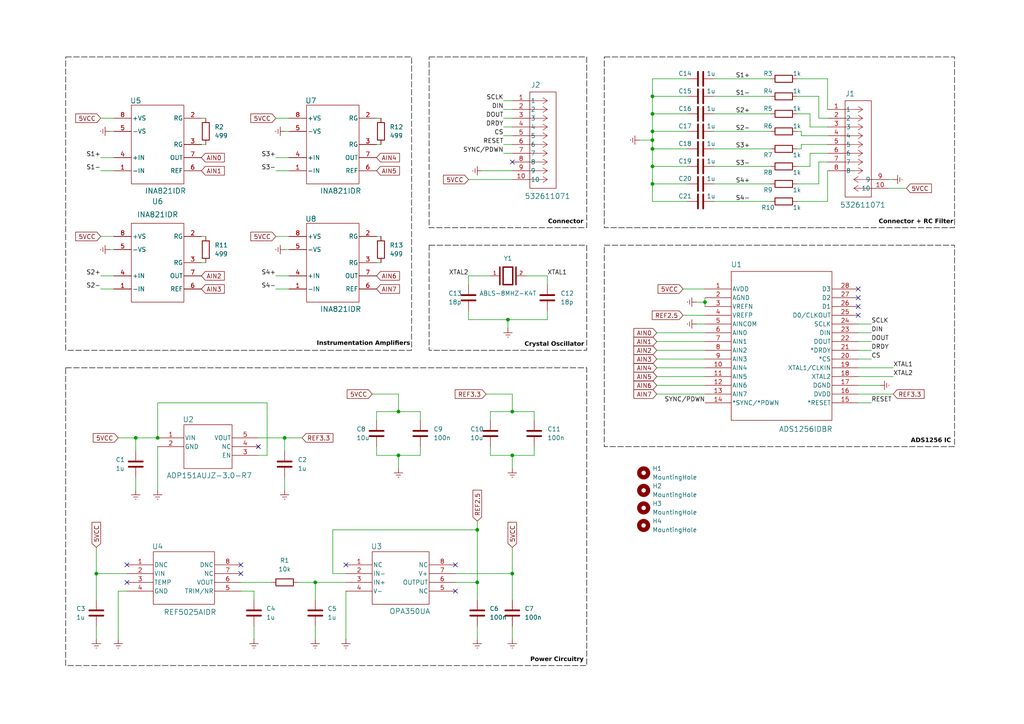
<source format=kicad_sch>
(kicad_sch (version 20231120) (generator "eeschema") (generator_version "8.0")
  (paper "A4")
  (lib_symbols
    (symbol "532611071_1" (pin_names (offset 0.254))
      (property "Reference" "J2" (at 5.334 4.572 0))
      (property "Value" "532611071" (at 3.556 -27.686 0))
      (symbol "532611071_1_1_1"
        (pin unspecified line (at 0 0 0) (length 5.08) (name "1") (number "1"))
        (pin unspecified line (at 0 -22.86 0) (length 5.08) (name "10") (number "10"))
        (pin unspecified line (at 0 -2.54 0) (length 5.08) (name "2") (number "2"))
        (pin unspecified line (at 0 -5.08 0) (length 5.08) (name "3") (number "3"))
        (pin unspecified line (at 0 -7.62 0) (length 5.08) (name "4") (number "4"))
        (pin unspecified line (at 0 -10.16 0) (length 5.08) (name "5") (number "5"))
        (pin unspecified line (at 0 -12.7 0) (length 5.08) (name "6") (number "6"))
        (pin unspecified line (at 0 -15.24 0) (length 5.08) (name "7") (number "7"))
        (pin unspecified line (at 0 -17.78 0) (length 5.08) (name "8") (number "8"))
        (pin unspecified line (at 0 -20.32 0) (length 5.08) (name "9") (number "9"))
      )
      (symbol "532611071_1_1_2"
        (pin unspecified line (at 0 0 0) (length 5.08) (name "1") (number "1"))
        (pin unspecified line (at 0 -22.86 0) (length 5.08) (name "10") (number "10"))
        (pin unspecified line (at 0 -2.54 0) (length 5.08) (name "2") (number "2"))
        (pin unspecified line (at 0 -5.08 0) (length 5.08) (name "3") (number "3"))
        (pin unspecified line (at 0 -7.62 0) (length 5.08) (name "4") (number "4"))
        (pin unspecified line (at 0 -10.16 0) (length 5.08) (name "5") (number "5"))
        (pin unspecified line (at 0 -12.7 0) (length 5.08) (name "6") (number "6"))
        (pin unspecified line (at 0 -15.24 0) (length 5.08) (name "7") (number "7"))
        (pin unspecified line (at 0 -17.78 0) (length 5.08) (name "8") (number "8"))
        (pin unspecified line (at 0 -20.32 0) (length 5.08) (name "9") (number "9"))
      )
    )
    (symbol "ABLS-8.000MHZ-K4T:ABLS-8.000MHZ-K4T" (pin_names (offset 1.016))
      (property "Reference" "Y" (at -5.0878 3.8159 0))
      (property "Value" "ABLS-8.000MHZ-K4T" (at -5.0944 -5.0944 0))
      (symbol "ABLS-8.000MHZ-K4T_0_0"
        (pin passive line (at -5.08 0 0) (length 2.54) (name "~") (number "1"))
        (pin passive line (at 5.08 0 180) (length 2.54) (name "~") (number "2"))
      )
    )
    (symbol "ADP151AUJZ-3P0-R7:ADP151AUJZ-3.0-R7" (pin_names (offset 0.254))
      (property "Reference" "U2" (at 8.89 5.334 0))
      (property "Value" "ADP151AUJZ-3.0-R7" (at 14.986 -10.922 0))
      (symbol "ADP151AUJZ-3.0-R7_0_1"
        (pin input line (at 0 0 0) (length 7.62) (name "VIN") (number "1"))
        (pin power_in line (at 0 -2.54 0) (length 7.62) (name "GND") (number "2"))
        (pin input line (at 29.21 -5.08 180) (length 7.62) (name "EN") (number "3"))
        (pin no_connect line (at 29.21 -2.54 180) (length 7.62) (name "NC") (number "4"))
        (pin output line (at 29.21 0 180) (length 7.62) (name "VOUT") (number "5"))
      )
    )
    (symbol "ADS1256IDBR:ADS1256IDBR" (pin_names (offset 0.254))
      (property "Reference" "U1" (at 9.144 7.112 0))
      (property "Value" "ADS1256IDBR" (at 29.21 -40.64 0))
      (symbol "ADS1256IDBR_0_1"
        (pin power_in line (at 0 0 0) (length 7.62) (name "AVDD") (number "1"))
        (pin input line (at 0 -22.86 0) (length 7.62) (name "AIN4") (number "10"))
        (pin input line (at 0 -25.4 0) (length 7.62) (name "AIN5") (number "11"))
        (pin input line (at 0 -27.94 0) (length 7.62) (name "AIN6") (number "12"))
        (pin input line (at 0 -30.48 0) (length 7.62) (name "AIN7") (number "13"))
        (pin input line (at 0 -33.02 0) (length 7.62) (name "*SYNC/*PDWN") (number "14"))
        (pin input line (at 44.45 -33.02 180) (length 7.62) (name "*RESET") (number "15"))
        (pin power_in line (at 44.45 -30.48 180) (length 7.62) (name "DVDD") (number "16"))
        (pin power_in line (at 44.45 -27.94 180) (length 7.62) (name "DGND") (number "17"))
        (pin unspecified line (at 44.45 -25.4 180) (length 7.62) (name "XTAL2") (number "18"))
        (pin input line (at 44.45 -22.86 180) (length 7.62) (name "XTAL1/CLKIN") (number "19"))
        (pin power_in line (at 0 -2.54 0) (length 7.62) (name "AGND") (number "2"))
        (pin input line (at 44.45 -20.32 180) (length 7.62) (name "*CS") (number "20"))
        (pin output line (at 44.45 -17.78 180) (length 7.62) (name "*DRDY") (number "21"))
        (pin output line (at 44.45 -15.24 180) (length 7.62) (name "DOUT") (number "22"))
        (pin input line (at 44.45 -12.7 180) (length 7.62) (name "DIN") (number "23"))
        (pin input line (at 44.45 -10.16 180) (length 7.62) (name "SCLK") (number "24"))
        (pin bidirectional line (at 44.45 -7.62 180) (length 7.62) (name "D0/CLKOUT") (number "25"))
        (pin bidirectional line (at 44.45 -5.08 180) (length 7.62) (name "D1") (number "26"))
        (pin bidirectional line (at 44.45 -2.54 180) (length 7.62) (name "D2") (number "27"))
        (pin bidirectional line (at 44.45 0 180) (length 7.62) (name "D3") (number "28"))
        (pin input line (at 0 -5.08 0) (length 7.62) (name "VREFN") (number "3"))
        (pin input line (at 0 -7.62 0) (length 7.62) (name "VREFP") (number "4"))
        (pin input line (at 0 -10.16 0) (length 7.62) (name "AINCOM") (number "5"))
        (pin input line (at 0 -12.7 0) (length 7.62) (name "AIN0") (number "6"))
        (pin input line (at 0 -15.24 0) (length 7.62) (name "AIN1") (number "7"))
        (pin input line (at 0 -17.78 0) (length 7.62) (name "AIN2") (number "8"))
        (pin input line (at 0 -20.32 0) (length 7.62) (name "AIN3") (number "9"))
      )
    )
    (symbol "CONN_532610001:532611071" (pin_names (offset 0.254))
      (property "Reference" "J1" (at 5.08 4.572 0))
      (property "Value" "532611071" (at 3.556 -27.686 0))
      (symbol "532611071_1_1"
        (pin unspecified line (at 0 0 0) (length 5.08) (name "1") (number "1"))
        (pin unspecified line (at 17.78 -22.86 180) (length 5.08) (name "10") (number "10"))
        (pin unspecified line (at 0 -2.54 0) (length 5.08) (name "2") (number "2"))
        (pin unspecified line (at 0 -5.08 0) (length 5.08) (name "3") (number "3"))
        (pin unspecified line (at 0 -7.62 0) (length 5.08) (name "4") (number "4"))
        (pin unspecified line (at 0 -10.16 0) (length 5.08) (name "5") (number "5"))
        (pin unspecified line (at 0 -12.7 0) (length 5.08) (name "6") (number "6"))
        (pin unspecified line (at 0 -15.24 0) (length 5.08) (name "7") (number "7"))
        (pin unspecified line (at 0 -17.78 0) (length 5.08) (name "8") (number "8"))
        (pin unspecified line (at 17.78 -20.32 180) (length 5.08) (name "9") (number "9"))
      )
      (symbol "532611071_1_2"
        (pin unspecified line (at 0 0 0) (length 5.08) (name "1") (number "1"))
        (pin unspecified line (at 0 -22.86 0) (length 5.08) (name "10") (number "10"))
        (pin unspecified line (at 0 -2.54 0) (length 5.08) (name "2") (number "2"))
        (pin unspecified line (at 0 -5.08 0) (length 5.08) (name "3") (number "3"))
        (pin unspecified line (at 0 -7.62 0) (length 5.08) (name "4") (number "4"))
        (pin unspecified line (at 0 -10.16 0) (length 5.08) (name "5") (number "5"))
        (pin unspecified line (at 0 -12.7 0) (length 5.08) (name "6") (number "6"))
        (pin unspecified line (at 0 -15.24 0) (length 5.08) (name "7") (number "7"))
        (pin unspecified line (at 0 -17.78 0) (length 5.08) (name "8") (number "8"))
        (pin unspecified line (at 0 -20.32 0) (length 5.08) (name "9") (number "9"))
      )
    )
    (symbol "Device:C" (pin_numbers hide) (pin_names (offset 0.254))
      (property "Reference" "C" (at 0.635 2.54 0))
      (property "Value" "C" (at 0.635 -2.54 0))
      (symbol "C_1_1"
        (pin passive line (at 0 3.81 270) (length 2.794) (name "~") (number "1"))
        (pin passive line (at 0 -3.81 90) (length 2.794) (name "~") (number "2"))
      )
    )
    (symbol "Device:R" (pin_numbers hide) (pin_names (offset 0))
      (property "Reference" "R" (at 2.032 0 90))
      (property "Value" "R" (at 0 0 90))
      (symbol "R_1_1"
        (pin passive line (at 0 3.81 270) (length 1.27) (name "~") (number "1"))
        (pin passive line (at 0 -3.81 90) (length 1.27) (name "~") (number "2"))
      )
    )
    (symbol "INA821IDR:INA821IDR" (pin_names (offset 0.254))
      (property "Reference" "U6" (at -7.62 16.51 0))
      (property "Value" "INA821IDR" (at -7.62 12.7 0))
      (symbol "INA821IDR_0_1"
        (pin input line (at -20.32 -8.89 0) (length 5.08) (name "-IN") (number "1"))
        (pin input line (at 5.08 6.35 180) (length 5.08) (name "RG") (number "2"))
        (pin input line (at 5.08 -1.27 180) (length 5.08) (name "RG") (number "3"))
        (pin input line (at -20.32 -5.08 0) (length 5.08) (name "+IN") (number "4"))
        (pin power_in line (at -20.32 2.54 0) (length 5.08) (name "-VS") (number "5"))
        (pin input line (at 5.08 -8.89 180) (length 5.08) (name "REF") (number "6"))
        (pin output line (at 5.08 -5.08 180) (length 5.08) (name "OUT") (number "7"))
        (pin power_in line (at -20.32 6.35 0) (length 5.08) (name "+VS") (number "8"))
      )
    )
    (symbol "INA821IDR_1" (pin_names (offset 0.254))
      (property "Reference" "U5" (at -13.97 11.43 0))
      (property "Value" "INA821IDR" (at -5.334 -14.732 0))
      (symbol "INA821IDR_1_0_1"
        (pin input line (at -20.32 -8.89 0) (length 5.08) (name "-IN") (number "1"))
        (pin input line (at 5.08 6.35 180) (length 5.08) (name "RG") (number "2"))
        (pin input line (at 5.08 -1.27 180) (length 5.08) (name "RG") (number "3"))
        (pin input line (at -20.32 -5.08 0) (length 5.08) (name "+IN") (number "4"))
        (pin power_in line (at -20.32 2.54 0) (length 5.08) (name "-VS") (number "5"))
        (pin input line (at 5.08 -8.89 180) (length 5.08) (name "REF") (number "6"))
        (pin output line (at 5.08 -5.08 180) (length 5.08) (name "OUT") (number "7"))
        (pin power_in line (at -20.32 6.35 0) (length 5.08) (name "+VS") (number "8"))
      )
    )
    (symbol "INA821IDR_2" (pin_names (offset 0.254))
      (property "Reference" "U7" (at -13.97 11.43 0))
      (property "Value" "INA821IDR" (at -5.334 -14.732 0))
      (symbol "INA821IDR_2_0_1"
        (pin input line (at -20.32 -8.89 0) (length 5.08) (name "-IN") (number "1"))
        (pin input line (at 5.08 6.35 180) (length 5.08) (name "RG") (number "2"))
        (pin input line (at 5.08 -1.27 180) (length 5.08) (name "RG") (number "3"))
        (pin input line (at -20.32 -5.08 0) (length 5.08) (name "+IN") (number "4"))
        (pin power_in line (at -20.32 2.54 0) (length 5.08) (name "-VS") (number "5"))
        (pin input line (at 5.08 -8.89 180) (length 5.08) (name "REF") (number "6"))
        (pin output line (at 5.08 -5.08 180) (length 5.08) (name "OUT") (number "7"))
        (pin power_in line (at -20.32 6.35 0) (length 5.08) (name "+VS") (number "8"))
      )
    )
    (symbol "INA821IDR_3" (pin_names (offset 0.254))
      (property "Reference" "U8" (at -13.97 11.43 0))
      (property "Value" "INA821IDR" (at -5.334 -14.732 0))
      (symbol "INA821IDR_3_0_1"
        (pin input line (at -20.32 -8.89 0) (length 5.08) (name "-IN") (number "1"))
        (pin input line (at 5.08 6.35 180) (length 5.08) (name "RG") (number "2"))
        (pin input line (at 5.08 -1.27 180) (length 5.08) (name "RG") (number "3"))
        (pin input line (at -20.32 -5.08 0) (length 5.08) (name "+IN") (number "4"))
        (pin power_in line (at -20.32 2.54 0) (length 5.08) (name "-VS") (number "5"))
        (pin input line (at 5.08 -8.89 180) (length 5.08) (name "REF") (number "6"))
        (pin output line (at 5.08 -5.08 180) (length 5.08) (name "OUT") (number "7"))
        (pin power_in line (at -20.32 6.35 0) (length 5.08) (name "+VS") (number "8"))
      )
    )
    (symbol "Mechanical:MountingHole" (pin_names (offset 1.016)) (exclude_from_sim yes) (in_bom no)
      (property "Reference" "H" (at 0 5.08 0))
      (property "Value" "MountingHole" (at 0 3.175 0))
    )
    (symbol "OPA350UA:OPA350UA" (pin_names (offset 0.254))
      (property "Reference" "U3" (at 8.89 5.334 0))
      (property "Value" "OPA350UA" (at 18.542 -13.462 0))
      (symbol "OPA350UA_0_1"
        (pin unspecified line (at 0 0 0) (length 7.62) (name "NC") (number "1"))
        (pin input line (at 0 -2.54 0) (length 7.62) (name "IN-") (number "2"))
        (pin input line (at 0 -5.08 0) (length 7.62) (name "IN+") (number "3"))
        (pin power_in line (at 0 -7.62 0) (length 7.62) (name "V-") (number "4"))
        (pin unspecified line (at 31.75 -7.62 180) (length 7.62) (name "NC") (number "5"))
        (pin output line (at 31.75 -5.08 180) (length 7.62) (name "OUTPUT") (number "6"))
        (pin power_in line (at 31.75 -2.54 180) (length 7.62) (name "V+") (number "7"))
        (pin unspecified line (at 31.75 0 180) (length 7.62) (name "NC") (number "8"))
      )
    )
    (symbol "REF5025AIDR:REF5025AIDR" (pin_names (offset 0.254))
      (property "Reference" "U4" (at 8.89 5.334 0))
      (property "Value" "REF5025AIDR" (at 18.288 -13.716 0))
      (symbol "REF5025AIDR_0_1"
        (pin unspecified line (at 0 0 0) (length 7.62) (name "DNC") (number "1"))
        (pin input line (at 0 -2.54 0) (length 7.62) (name "VIN") (number "2"))
        (pin unspecified line (at 0 -5.08 0) (length 7.62) (name "TEMP") (number "3"))
        (pin unspecified line (at 0 -7.62 0) (length 7.62) (name "GND") (number "4"))
        (pin unspecified line (at 33.02 -7.62 180) (length 7.62) (name "TRIM/NR") (number "5"))
        (pin output line (at 33.02 -5.08 180) (length 7.62) (name "VOUT") (number "6"))
        (pin unspecified line (at 33.02 -2.54 180) (length 7.62) (name "NC") (number "7"))
        (pin unspecified line (at 33.02 0 180) (length 7.62) (name "DNC") (number "8"))
      )
    )
    (symbol "power:Earth" (power) (pin_numbers hide) (pin_names (offset 0) hide)
      (property "Value" "Earth" (at 0 -3.81 0))
      (symbol "Earth_1_1"
        (pin power_in line (at 0 0 270) (length 0) (name "~") (number "1"))
      )
    )
  )
  (junction (at 189.23 48.26))
  (junction (at 148.59 119.38))
  (junction (at 189.23 53.34))
  (junction (at 148.59 166.37))
  (junction (at 189.23 38.1))
  (junction (at 39.37 127))
  (junction (at 91.44 168.91))
  (junction (at 45.72 127))
  (junction (at 147.32 92.71))
  (junction (at 204.47 87.63))
  (junction (at 189.23 40.64))
  (junction (at 148.59 132.08))
  (junction (at 115.57 132.08))
  (junction (at 189.23 27.94))
  (junction (at 138.43 168.91))
  (junction (at 27.94 166.37))
  (junction (at 189.23 43.18))
  (junction (at 82.55 127))
  (junction (at 115.57 119.38))
  (junction (at 138.43 153.67))
  (junction (at 189.23 33.02))
  (no_connect (at 69.85 163.83))
  (no_connect (at 100.33 163.83))
  (no_connect (at 148.59 46.99))
  (no_connect (at 132.08 171.45))
  (no_connect (at 248.92 86.36))
  (no_connect (at 248.92 83.82))
  (no_connect (at 248.92 91.44))
  (no_connect (at 248.92 88.9))
  (no_connect (at 36.83 163.83))
  (no_connect (at 69.85 166.37))
  (no_connect (at 132.08 163.83))
  (no_connect (at 36.83 168.91))
  (no_connect (at 74.93 129.54))
  (wire (pts (xy 252.73 101.6) (xy 248.92 101.6)))
  (wire (pts (xy 259.08 109.22) (xy 248.92 109.22)))
  (wire (pts (xy 190.5 114.3) (xy 204.47 114.3)))
  (wire (pts (xy 74.93 127) (xy 82.55 127)))
  (wire (pts (xy 237.49 34.29) (xy 240.03 34.29)))
  (wire (pts (xy 252.73 104.14) (xy 248.92 104.14)))
  (wire (pts (xy 189.23 38.1) (xy 189.23 33.02)))
  (wire (pts (xy 29.21 45.72) (xy 33.02 45.72)))
  (wire (pts (xy 146.05 29.21) (xy 148.59 29.21)))
  (wire (pts (xy 189.23 40.64) (xy 189.23 43.18)))
  (wire (pts (xy 190.5 106.68) (xy 204.47 106.68)))
  (wire (pts (xy 231.14 27.94) (xy 237.49 27.94)))
  (wire (pts (xy 138.43 168.91) (xy 138.43 173.99)))
  (wire (pts (xy 142.24 119.38) (xy 148.59 119.38)))
  (wire (pts (xy 142.24 132.08) (xy 142.24 129.54)))
  (wire (pts (xy 80.01 80.01) (xy 83.82 80.01)))
  (wire (pts (xy 73.66 173.99) (xy 73.66 171.45)))
  (wire (pts (xy 91.44 168.91) (xy 91.44 173.99)))
  (wire (pts (xy 148.59 158.75) (xy 148.59 166.37)))
  (wire (pts (xy 27.94 185.42) (xy 27.94 181.61)))
  (wire (pts (xy 96.52 166.37) (xy 96.52 153.67)))
  (wire (pts (xy 262.89 54.61) (xy 257.81 54.61)))
  (wire (pts (xy 148.59 185.42) (xy 148.59 181.61)))
  (wire (pts (xy 189.23 33.02) (xy 189.23 27.94)))
  (wire (pts (xy 204.47 87.63) (xy 204.47 88.9)))
  (wire (pts (xy 231.14 22.86) (xy 240.03 22.86)))
  (wire (pts (xy 190.5 101.6) (xy 204.47 101.6)))
  (wire (pts (xy 82.55 72.39) (xy 83.82 72.39)))
  (wire (pts (xy 148.59 135.89) (xy 148.59 132.08)))
  (wire (pts (xy 147.32 92.71) (xy 147.32 95.25)))
  (wire (pts (xy 74.93 132.08) (xy 77.47 132.08)))
  (wire (pts (xy 207.01 48.26) (xy 223.52 48.26)))
  (wire (pts (xy 158.75 80.01) (xy 158.75 82.55)))
  (wire (pts (xy 207.01 22.86) (xy 223.52 22.86)))
  (wire (pts (xy 135.89 92.71) (xy 147.32 92.71)))
  (wire (pts (xy 231.14 33.02) (xy 234.95 33.02)))
  (wire (pts (xy 189.23 53.34) (xy 199.39 53.34)))
  (wire (pts (xy 82.55 127) (xy 82.55 130.81)))
  (wire (pts (xy 29.21 83.82) (xy 33.02 83.82)))
  (wire (pts (xy 107.95 114.3) (xy 115.57 114.3)))
  (wire (pts (xy 80.01 68.58) (xy 83.82 68.58)))
  (wire (pts (xy 96.52 153.67) (xy 138.43 153.67)))
  (wire (pts (xy 201.93 87.63) (xy 204.47 87.63)))
  (wire (pts (xy 234.95 33.02) (xy 234.95 36.83)))
  (wire (pts (xy 189.23 33.02) (xy 199.39 33.02)))
  (wire (pts (xy 154.94 132.08) (xy 154.94 129.54)))
  (wire (pts (xy 259.08 52.07) (xy 257.81 52.07)))
  (wire (pts (xy 237.49 27.94) (xy 237.49 34.29)))
  (wire (pts (xy 198.12 83.82) (xy 204.47 83.82)))
  (wire (pts (xy 110.49 34.29) (xy 109.22 34.29)))
  (wire (pts (xy 135.89 80.01) (xy 142.24 80.01)))
  (wire (pts (xy 59.69 41.91) (xy 58.42 41.91)))
  (wire (pts (xy 190.5 99.06) (xy 204.47 99.06)))
  (wire (pts (xy 252.73 93.98) (xy 248.92 93.98)))
  (wire (pts (xy 237.49 46.99) (xy 240.03 46.99)))
  (wire (pts (xy 146.05 34.29) (xy 148.59 34.29)))
  (wire (pts (xy 39.37 142.24) (xy 39.37 138.43)))
  (wire (pts (xy 27.94 166.37) (xy 27.94 173.99)))
  (wire (pts (xy 135.89 90.17) (xy 135.89 92.71)))
  (wire (pts (xy 27.94 158.75) (xy 27.94 166.37)))
  (wire (pts (xy 231.14 53.34) (xy 237.49 53.34)))
  (wire (pts (xy 189.23 58.42) (xy 199.39 58.42)))
  (wire (pts (xy 39.37 127) (xy 39.37 130.81)))
  (wire (pts (xy 34.29 127) (xy 39.37 127)))
  (wire (pts (xy 147.32 92.71) (xy 158.75 92.71)))
  (wire (pts (xy 232.41 39.37) (xy 240.03 39.37)))
  (wire (pts (xy 59.69 34.29) (xy 58.42 34.29)))
  (wire (pts (xy 109.22 132.08) (xy 115.57 132.08)))
  (wire (pts (xy 207.01 33.02) (xy 223.52 33.02)))
  (wire (pts (xy 91.44 168.91) (xy 100.33 168.91)))
  (wire (pts (xy 231.14 58.42) (xy 240.03 58.42)))
  (wire (pts (xy 80.01 34.29) (xy 83.82 34.29)))
  (wire (pts (xy 77.47 116.84) (xy 45.72 116.84)))
  (wire (pts (xy 148.59 132.08) (xy 154.94 132.08)))
  (wire (pts (xy 231.14 48.26) (xy 234.95 48.26)))
  (wire (pts (xy 59.69 76.2) (xy 58.42 76.2)))
  (wire (pts (xy 146.05 41.91) (xy 148.59 41.91)))
  (wire (pts (xy 189.23 27.94) (xy 199.39 27.94)))
  (wire (pts (xy 59.69 68.58) (xy 58.42 68.58)))
  (wire (pts (xy 142.24 121.92) (xy 142.24 119.38)))
  (wire (pts (xy 154.94 119.38) (xy 154.94 121.92)))
  (wire (pts (xy 259.08 106.68) (xy 248.92 106.68)))
  (wire (pts (xy 234.95 44.45) (xy 240.03 44.45)))
  (wire (pts (xy 29.21 34.29) (xy 33.02 34.29)))
  (wire (pts (xy 240.03 22.86) (xy 240.03 31.75)))
  (wire (pts (xy 77.47 132.08) (xy 77.47 116.84)))
  (wire (pts (xy 110.49 41.91) (xy 109.22 41.91)))
  (wire (pts (xy 148.59 114.3) (xy 148.59 119.38)))
  (wire (pts (xy 69.85 168.91) (xy 78.74 168.91)))
  (wire (pts (xy 146.05 31.75) (xy 148.59 31.75)))
  (wire (pts (xy 132.08 166.37) (xy 148.59 166.37)))
  (wire (pts (xy 146.05 44.45) (xy 148.59 44.45)))
  (wire (pts (xy 232.41 38.1) (xy 232.41 39.37)))
  (wire (pts (xy 189.23 43.18) (xy 199.39 43.18)))
  (wire (pts (xy 232.41 41.91) (xy 240.03 41.91)))
  (wire (pts (xy 252.73 96.52) (xy 248.92 96.52)))
  (wire (pts (xy 109.22 121.92) (xy 109.22 119.38)))
  (wire (pts (xy 82.55 142.24) (xy 82.55 138.43)))
  (wire (pts (xy 132.08 168.91) (xy 138.43 168.91)))
  (wire (pts (xy 189.23 48.26) (xy 199.39 48.26)))
  (wire (pts (xy 142.24 132.08) (xy 148.59 132.08)))
  (wire (pts (xy 73.66 171.45) (xy 69.85 171.45)))
  (wire (pts (xy 198.12 91.44) (xy 204.47 91.44)))
  (wire (pts (xy 86.36 168.91) (xy 91.44 168.91)))
  (wire (pts (xy 146.05 39.37) (xy 148.59 39.37)))
  (wire (pts (xy 80.01 83.82) (xy 83.82 83.82)))
  (wire (pts (xy 27.94 166.37) (xy 36.83 166.37)))
  (wire (pts (xy 189.23 22.86) (xy 199.39 22.86)))
  (wire (pts (xy 110.49 76.2) (xy 109.22 76.2)))
  (wire (pts (xy 148.59 119.38) (xy 154.94 119.38)))
  (wire (pts (xy 204.47 86.36) (xy 204.47 87.63)))
  (wire (pts (xy 109.22 119.38) (xy 115.57 119.38)))
  (wire (pts (xy 232.41 38.1) (xy 231.14 38.1)))
  (wire (pts (xy 109.22 132.08) (xy 109.22 129.54)))
  (wire (pts (xy 248.92 111.76) (xy 255.27 111.76)))
  (wire (pts (xy 240.03 58.42) (xy 240.03 49.53)))
  (wire (pts (xy 138.43 168.91) (xy 138.43 153.67)))
  (wire (pts (xy 139.7 49.53) (xy 148.59 49.53)))
  (wire (pts (xy 34.29 171.45) (xy 34.29 185.42)))
  (wire (pts (xy 115.57 114.3) (xy 115.57 119.38)))
  (wire (pts (xy 100.33 166.37) (xy 96.52 166.37)))
  (wire (pts (xy 29.21 68.58) (xy 33.02 68.58)))
  (wire (pts (xy 232.41 43.18) (xy 231.14 43.18)))
  (wire (pts (xy 189.23 38.1) (xy 199.39 38.1)))
  (wire (pts (xy 190.5 96.52) (xy 204.47 96.52)))
  (wire (pts (xy 189.23 48.26) (xy 189.23 53.34)))
  (wire (pts (xy 234.95 36.83) (xy 240.03 36.83)))
  (wire (pts (xy 207.01 53.34) (xy 223.52 53.34)))
  (wire (pts (xy 135.89 82.55) (xy 135.89 80.01)))
  (wire (pts (xy 190.5 104.14) (xy 204.47 104.14)))
  (wire (pts (xy 207.01 38.1) (xy 223.52 38.1)))
  (wire (pts (xy 138.43 151.13) (xy 138.43 153.67)))
  (wire (pts (xy 234.95 48.26) (xy 234.95 44.45)))
  (wire (pts (xy 110.49 68.58) (xy 109.22 68.58)))
  (wire (pts (xy 148.59 166.37) (xy 148.59 173.99)))
  (wire (pts (xy 29.21 80.01) (xy 33.02 80.01)))
  (wire (pts (xy 121.92 132.08) (xy 121.92 129.54)))
  (wire (pts (xy 140.97 114.3) (xy 148.59 114.3)))
  (wire (pts (xy 73.66 185.42) (xy 73.66 181.61)))
  (wire (pts (xy 82.55 38.1) (xy 83.82 38.1)))
  (wire (pts (xy 82.55 127) (xy 87.63 127)))
  (wire (pts (xy 121.92 119.38) (xy 121.92 121.92)))
  (wire (pts (xy 115.57 135.89) (xy 115.57 132.08)))
  (wire (pts (xy 100.33 171.45) (xy 100.33 185.42)))
  (wire (pts (xy 45.72 129.54) (xy 45.72 142.24)))
  (wire (pts (xy 189.23 53.34) (xy 189.23 58.42)))
  (wire (pts (xy 237.49 53.34) (xy 237.49 46.99)))
  (wire (pts (xy 135.89 52.07) (xy 148.59 52.07)))
  (wire (pts (xy 115.57 119.38) (xy 121.92 119.38)))
  (wire (pts (xy 152.4 80.01) (xy 158.75 80.01)))
  (wire (pts (xy 158.75 90.17) (xy 158.75 92.71)))
  (wire (pts (xy 252.73 99.06) (xy 248.92 99.06)))
  (wire (pts (xy 185.42 40.64) (xy 189.23 40.64)))
  (wire (pts (xy 45.72 116.84) (xy 45.72 127)))
  (wire (pts (xy 80.01 49.53) (xy 83.82 49.53)))
  (wire (pts (xy 80.01 45.72) (xy 83.82 45.72)))
  (wire (pts (xy 207.01 58.42) (xy 223.52 58.42)))
  (wire (pts (xy 29.21 49.53) (xy 33.02 49.53)))
  (wire (pts (xy 232.41 43.18) (xy 232.41 41.91)))
  (wire (pts (xy 115.57 132.08) (xy 121.92 132.08)))
  (wire (pts (xy 207.01 43.18) (xy 223.52 43.18)))
  (wire (pts (xy 189.23 27.94) (xy 189.23 22.86)))
  (wire (pts (xy 207.01 27.94) (xy 223.52 27.94)))
  (wire (pts (xy 31.75 38.1) (xy 33.02 38.1)))
  (wire (pts (xy 189.23 43.18) (xy 189.23 48.26)))
  (wire (pts (xy 31.75 72.39) (xy 33.02 72.39)))
  (wire (pts (xy 39.37 127) (xy 45.72 127)))
  (wire (pts (xy 252.73 116.84) (xy 248.92 116.84)))
  (wire (pts (xy 189.23 40.64) (xy 189.23 38.1)))
  (wire (pts (xy 34.29 171.45) (xy 36.83 171.45)))
  (wire (pts (xy 138.43 185.42) (xy 138.43 181.61)))
  (wire (pts (xy 248.92 114.3) (xy 259.08 114.3)))
  (wire (pts (xy 190.5 109.22) (xy 204.47 109.22)))
  (wire (pts (xy 201.93 93.98) (xy 204.47 93.98)))
  (wire (pts (xy 146.05 36.83) (xy 148.59 36.83)))
  (wire (pts (xy 190.5 111.76) (xy 204.47 111.76)))
  (wire (pts (xy 91.44 185.42) (xy 91.44 181.61)))
  (rectangle (start 175.26 71.12) (end 276.86 129.54) (stroke (width 0) (type dash) (color 0 0 0 1)))
  (rectangle (start 124.46 71.12) (end 170.18 101.6) (stroke (width 0) (type dash) (color 0 0 0 1)))
  (rectangle (start 19.05 106.68) (end 170.18 193.04) (stroke (width 0) (type dash) (color 0 0 0 1)))
  (rectangle (start 124.46 16.51) (end 170.18 66.04) (stroke (width 0) (type dash) (color 0 0 0 1)))
  (rectangle (start 19.05 16.51) (end 119.38 101.6) (stroke (width 0) (type dash) (color 0 0 0 1)))
  (rectangle (start 175.26 16.51) (end 276.86 66.04) (stroke (width 0) (type dash) (color 0 0 0 1)))
  (text "Instrumentation Amplifiers\n" (at 105.41 100.076 0) (effects (font (size 1.27 1.27) (bold yes))))
  (text "Connector + RC Filter\n" (at 265.684 64.77 0) (effects (font (size 1.27 1.27) (bold yes))))
  (text "Connector" (at 164.084 64.77 0) (effects (font (size 1.27 1.27) (bold yes))))
  (text "Power Circuitry\n" (at 161.544 191.77 0) (effects (font (size 1.27 1.27) (bold yes))))
  (text "ADS1256 IC\n" (at 270.002 128.27 0) (effects (font (size 1.27 1.27) (thickness 0.254) (bold yes))))
  (text "Crystal Oscillator\n" (at 160.782 100.33 0) (effects (font (size 1.27 1.27) (bold yes))))
  (label "RESET" (at 146.05 41.91 180))
  (label "XTAL2" (at 259.08 109.22 0))
  (label "XTAL1" (at 259.08 106.68 0))
  (label "RESET" (at 252.73 116.84 0))
  (label "CS" (at 146.05 39.37 180))
  (label "S2+" (at 29.21 80.01 180))
  (label "S1-" (at 29.21 49.53 180))
  (label "XTAL2" (at 135.89 80.01 180))
  (label "S3+" (at 80.01 45.72 180))
  (label "S1+" (at 29.21 45.72 180))
  (label "SCLK" (at 252.73 93.98 0))
  (label "DIN" (at 146.05 31.75 180))
  (label "S3+" (at 213.36 43.18 0))
  (label "CS" (at 252.73 104.14 0))
  (label "XTAL1" (at 158.75 80.01 0))
  (label "S4-" (at 213.36 58.42 0))
  (label "SCLK" (at 146.05 29.21 180))
  (label "S4+" (at 213.36 53.34 0))
  (label "S3-" (at 213.36 48.26 0))
  (label "S2-" (at 213.36 38.1 0))
  (label "S2+" (at 213.36 33.02 0))
  (label "DRDY" (at 252.73 101.6 0))
  (label "DRDY" (at 146.05 36.83 180))
  (label "DOUT" (at 146.05 34.29 180))
  (label "SYNC{slash}PDWN" (at 146.05 44.45 180))
  (label "S1+" (at 213.36 22.86 0))
  (label "S4+" (at 80.01 80.01 180))
  (label "S2-" (at 29.21 83.82 180))
  (label "S3-" (at 80.01 49.53 180))
  (label "DIN" (at 252.73 96.52 0))
  (label "DOUT" (at 252.73 99.06 0))
  (label "SYNC{slash}PDWN" (at 204.47 116.84 180))
  (label "S1-" (at 213.36 27.94 0))
  (label "S4-" (at 80.01 83.82 180))
  (global_label "AIN4" (shape input) (at 190.5 106.68 180) (property "Intersheetrefs" "${INTERSHEET_REFS}" (effects (hide yes))))
  (global_label "AIN6" (shape input) (at 190.5 111.76 180) (property "Intersheetrefs" "${INTERSHEET_REFS}" (effects (hide yes))))
  (global_label "AIN0" (shape input) (at 190.5 96.52 180) (property "Intersheetrefs" "${INTERSHEET_REFS}" (effects (hide yes))))
  (global_label "5VCC" (shape input) (at 198.12 83.82 180) (property "Intersheetrefs" "${INTERSHEET_REFS}" (effects (hide yes))))
  (global_label "AIN1" (shape input) (at 58.42 49.53 0) (property "Intersheetrefs" "${INTERSHEET_REFS}" (effects (hide yes))))
  (global_label "AIN6" (shape input) (at 109.22 80.01 0) (property "Intersheetrefs" "${INTERSHEET_REFS}" (effects (hide yes))))
  (global_label "AIN1" (shape input) (at 190.5 99.06 180) (property "Intersheetrefs" "${INTERSHEET_REFS}" (effects (hide yes))))
  (global_label "5VCC" (shape input) (at 107.95 114.3 180) (property "Intersheetrefs" "${INTERSHEET_REFS}" (effects (hide yes))))
  (global_label "5VCC" (shape input) (at 262.89 54.61 0) (property "Intersheetrefs" "${INTERSHEET_REFS}" (effects (hide yes))))
  (global_label "REF2.5" (shape input) (at 138.43 151.13 90) (property "Intersheetrefs" "${INTERSHEET_REFS}" (effects (hide yes))))
  (global_label "AIN0" (shape input) (at 58.42 45.72 0) (property "Intersheetrefs" "${INTERSHEET_REFS}" (effects (hide yes))))
  (global_label "REF2.5" (shape input) (at 198.12 91.44 180) (property "Intersheetrefs" "${INTERSHEET_REFS}" (effects (hide yes))))
  (global_label "AIN2" (shape input) (at 190.5 101.6 180) (property "Intersheetrefs" "${INTERSHEET_REFS}" (effects (hide yes))))
  (global_label "REF3.3" (shape input) (at 140.97 114.3 180) (property "Intersheetrefs" "${INTERSHEET_REFS}" (effects (hide yes))))
  (global_label "AIN5" (shape input) (at 109.22 49.53 0) (property "Intersheetrefs" "${INTERSHEET_REFS}" (effects (hide yes))))
  (global_label "5VCC" (shape input) (at 148.59 158.75 90) (property "Intersheetrefs" "${INTERSHEET_REFS}" (effects (hide yes))))
  (global_label "AIN3" (shape input) (at 190.5 104.14 180) (property "Intersheetrefs" "${INTERSHEET_REFS}" (effects (hide yes))))
  (global_label "REF3.3" (shape input) (at 87.63 127 0) (property "Intersheetrefs" "${INTERSHEET_REFS}" (effects (hide yes))))
  (global_label "AIN7" (shape input) (at 109.22 83.82 0) (property "Intersheetrefs" "${INTERSHEET_REFS}" (effects (hide yes))))
  (global_label "5VCC" (shape input) (at 34.29 127 180) (property "Intersheetrefs" "${INTERSHEET_REFS}" (effects (hide yes))))
  (global_label "AIN3" (shape input) (at 58.42 83.82 0) (property "Intersheetrefs" "${INTERSHEET_REFS}" (effects (hide yes))))
  (global_label "AIN2" (shape input) (at 58.42 80.01 0) (property "Intersheetrefs" "${INTERSHEET_REFS}" (effects (hide yes))))
  (global_label "5VCC" (shape input) (at 29.21 34.29 180) (property "Intersheetrefs" "${INTERSHEET_REFS}" (effects (hide yes))))
  (global_label "REF3.3" (shape input) (at 259.08 114.3 0) (property "Intersheetrefs" "${INTERSHEET_REFS}" (effects (hide yes))))
  (global_label "5VCC" (shape input) (at 27.94 158.75 90) (property "Intersheetrefs" "${INTERSHEET_REFS}" (effects (hide yes))))
  (global_label "AIN5" (shape input) (at 190.5 109.22 180) (property "Intersheetrefs" "${INTERSHEET_REFS}" (effects (hide yes))))
  (global_label "5VCC" (shape input) (at 80.01 34.29 180) (property "Intersheetrefs" "${INTERSHEET_REFS}" (effects (hide yes))))
  (global_label "AIN4" (shape input) (at 109.22 45.72 0) (property "Intersheetrefs" "${INTERSHEET_REFS}" (effects (hide yes))))
  (global_label "5VCC" (shape input) (at 135.89 52.07 180) (property "Intersheetrefs" "${INTERSHEET_REFS}" (effects (hide yes))))
  (global_label "AIN7" (shape input) (at 190.5 114.3 180) (property "Intersheetrefs" "${INTERSHEET_REFS}" (effects (hide yes))))
  (global_label "5VCC" (shape input) (at 29.21 68.58 180) (property "Intersheetrefs" "${INTERSHEET_REFS}" (effects (hide yes))))
  (global_label "5VCC" (shape input) (at 80.01 68.58 180) (property "Intersheetrefs" "${INTERSHEET_REFS}" (effects (hide yes))))
  (symbol (lib_id "Device:C") (at 121.92 125.73 180) (unit 1)
    (property "Reference" "C9" (at 125.73 124.46 0) (effects (justify right)))
    (property "Value" "100n" (at 125.73 127 0) (effects (justify right)))
    (property "Footprint" "Capacitor_SMD:C_0201_0603Metric" (effects (hide yes)))
    (property "Description" "Unpolarized capacitor" (effects (hide yes)))
  )
  (symbol (lib_id "CONN_532610001:532611071") (at 240.03 31.75 0) (unit 1)
    (property "Reference" "J1" (at 245.11 27.178 0) (effects (font (size 1.524 1.524)) (justify left)))
    (property "Value" "532611071" (at 243.586 59.436 0) (effects (font (size 1.524 1.524)) (justify left)))
    (property "Footprint" "Connector_Molex:Molex_CLIK-Mate_502382-1070_1x10-1MP_P1.25mm_Vertical" (effects (hide yes)))
    (property "Datasheet" "532611071" (effects (hide yes)))
  )
  (symbol (lib_id "Device:C") (at 203.2 22.86 270) (unit 1)
    (property "Reference" "C14" (at 200.66 21.336 90) (effects (justify right)))
    (property "Value" "1u" (at 207.518 21.336 90) (effects (justify right)))
    (property "Footprint" "Capacitor_SMD:C_0201_0603Metric" (effects (hide yes)))
    (property "Description" "Unpolarized capacitor" (effects (hide yes)))
  )
  (symbol (lib_id "Device:C") (at 135.89 86.36 180) (unit 1)
    (property "Reference" "C13" (at 130.048 85.09 0) (effects (justify right)))
    (property "Value" "18p" (at 130.048 87.63 0) (effects (justify right)))
    (property "Footprint" "Capacitor_SMD:C_0201_0603Metric" (effects (hide yes)))
    (property "Description" "Unpolarized capacitor" (effects (hide yes)))
  )
  (symbol (lib_id "ABLS-8.000MHZ-K4T:ABLS-8.000MHZ-K4T") (at 147.32 80.01 0) (unit 1)
    (property "Reference" "Y1" (at 147.32 74.93 0))
    (property "Value" "ABLS-8MHZ-K4T" (at 147.32 85.09 0))
    (property "Footprint" "daFootprints:XTAL_ABLS-8.000MHZ-K4T" (effects (hide yes)))
    (property "MF" "Abracon LLC" (effects (hide yes)))
    (property "MAXIMUM_PACKAGE_HEIGHT" "4.2 mm" (effects (hide yes)))
    (property "Package" "HC-49/US Abracon LLC" (effects (hide yes)))
    (property "Price" "None" (effects (hide yes)))
    (property "Check_prices" "https://www.snapeda.com/parts/ABLS-8.000MHZ-K4T/Abracon/view-part/?ref=eda" (effects (hide yes)))
    (property "STANDARD" "Manufacturer Recommendations" (effects (hide yes)))
    (property "PARTREV" "02.16.2021" (effects (hide yes)))
    (property "SnapEDA_Link" "https://www.snapeda.com/parts/ABLS-8.000MHZ-K4T/Abracon/view-part/?ref=snap" (effects (hide yes)))
    (property "MP" "ABLS-8.000MHZ-K4T" (effects (hide yes)))
    (property "Description_1" "\n                        \n                            HC/49US (AT49) SMD LOW PROFILE CRYSTAL\n                        \n" (effects (hide yes)))
    (property "Availability" "In Stock" (effects (hide yes)))
    (property "MANUFACTURER" "Abracon" (effects (hide yes)))
  )
  (symbol (lib_id "INA821IDR:INA821IDR") (at 53.34 74.93 0) (unit 1)
    (property "Reference" "U6" (at 45.72 58.42 0) (effects (font (size 1.524 1.524))))
    (property "Value" "INA821IDR" (at 45.72 62.23 0) (effects (font (size 1.524 1.524))))
    (property "Footprint" "daFootprints:INA821IDR" (effects (hide yes)))
    (property "Datasheet" "INA821IDR" (effects (hide yes)))
  )
  (symbol (lib_id "Device:C") (at 203.2 53.34 270) (unit 1)
    (property "Reference" "C20" (at 200.66 51.816 90) (effects (justify right)))
    (property "Value" "1u" (at 207.518 51.816 90) (effects (justify right)))
    (property "Footprint" "Capacitor_SMD:C_0201_0603Metric" (effects (hide yes)))
    (property "Description" "Unpolarized capacitor" (effects (hide yes)))
  )
  (symbol (lib_id "Device:R") (at 110.49 72.39 180) (unit 1)
    (property "Reference" "R13" (at 113.03 71.12 0) (effects (justify right)))
    (property "Value" "499" (at 113.03 73.66 0) (effects (justify right)))
    (property "Footprint" "Resistor_SMD:R_0201_0603Metric" (effects (hide yes)))
    (property "Description" "Resistor" (effects (hide yes)))
  )
  (symbol (lib_id "Device:C") (at 27.94 177.8 180) (unit 1)
    (property "Reference" "C3" (at 22.098 176.53 0) (effects (justify right)))
    (property "Value" "1u" (at 22.098 179.07 0) (effects (justify right)))
    (property "Footprint" "Capacitor_SMD:C_0201_0603Metric" (effects (hide yes)))
    (property "Description" "Unpolarized capacitor" (effects (hide yes)))
  )
  (symbol (lib_id "power:Earth") (at 82.55 38.1 270) (unit 1)
    (property "Reference" "#PWR021" (effects (hide yes)))
    (property "Value" "Earth" (effects (hide yes)))
    (property "Description" "Power symbol creates a global label with name \"Earth\"" (effects (hide yes)))
  )
  (symbol (lib_id "power:Earth") (at 91.44 185.42 0) (unit 1)
    (property "Reference" "#PWR07" (effects (hide yes)))
    (property "Value" "Earth" (effects (hide yes)))
    (property "Description" "Power symbol creates a global label with name \"Earth\"" (effects (hide yes)))
  )
  (symbol (lib_id "Device:R") (at 227.33 27.94 270) (unit 1)
    (property "Reference" "R4" (at 222.758 26.416 90))
    (property "Value" "1k" (at 231.14 26.416 90))
    (property "Footprint" "Resistor_SMD:R_0201_0603Metric" (effects (hide yes)))
    (property "Description" "Resistor" (effects (hide yes)))
  )
  (symbol (lib_id "power:Earth") (at 259.08 52.07 90) (unit 1)
    (property "Reference" "#PWR018" (effects (hide yes)))
    (property "Value" "Earth" (effects (hide yes)))
    (property "Description" "Power symbol creates a global label with name \"Earth\"" (effects (hide yes)))
  )
  (symbol (lib_id "Device:R") (at 227.33 43.18 270) (unit 1)
    (property "Reference" "R7" (at 222.758 44.958 90))
    (property "Value" "1k" (at 231.14 44.958 90))
    (property "Footprint" "Resistor_SMD:R_0201_0603Metric" (effects (hide yes)))
    (property "Description" "Resistor" (effects (hide yes)))
  )
  (symbol (lib_id "Device:C") (at 203.2 48.26 270) (unit 1)
    (property "Reference" "C19" (at 200.66 46.736 90) (effects (justify right)))
    (property "Value" "1u" (at 207.518 46.736 90) (effects (justify right)))
    (property "Footprint" "Capacitor_SMD:C_0201_0603Metric" (effects (hide yes)))
    (property "Description" "Unpolarized capacitor" (effects (hide yes)))
  )
  (symbol (lib_id "Device:R") (at 227.33 33.02 270) (unit 1)
    (property "Reference" "R5" (at 222.758 31.496 90))
    (property "Value" "1k" (at 231.14 31.496 90))
    (property "Footprint" "Resistor_SMD:R_0201_0603Metric" (effects (hide yes)))
    (property "Description" "Resistor" (effects (hide yes)))
  )
  (symbol (lib_id "power:Earth") (at 115.57 135.89 0) (unit 1)
    (property "Reference" "#PWR011" (effects (hide yes)))
    (property "Value" "Earth" (effects (hide yes)))
    (property "Description" "Power symbol creates a global label with name \"Earth\"" (effects (hide yes)))
  )
  (symbol (lib_id "power:Earth") (at 148.59 135.89 0) (unit 1)
    (property "Reference" "#PWR012" (effects (hide yes)))
    (property "Value" "Earth" (effects (hide yes)))
    (property "Description" "Power symbol creates a global label with name \"Earth\"" (effects (hide yes)))
  )
  (symbol (lib_id "power:Earth") (at 147.32 95.25 0) (unit 1)
    (property "Reference" "#PWR015" (effects (hide yes)))
    (property "Value" "Earth" (effects (hide yes)))
    (property "Description" "Power symbol creates a global label with name \"Earth\"" (effects (hide yes)))
  )
  (symbol (lib_id "Device:R") (at 59.69 38.1 180) (unit 1)
    (property "Reference" "R2" (at 62.23 36.83 0) (effects (justify right)))
    (property "Value" "499" (at 62.23 39.37 0) (effects (justify right)))
    (property "Footprint" "Resistor_SMD:R_0201_0603Metric" (effects (hide yes)))
    (property "Description" "Resistor" (effects (hide yes)))
  )
  (symbol (lib_id "power:Earth") (at 34.29 185.42 0) (unit 1)
    (property "Reference" "#PWR05" (effects (hide yes)))
    (property "Value" "Earth" (effects (hide yes)))
    (property "Description" "Power symbol creates a global label with name \"Earth\"" (effects (hide yes)))
  )
  (symbol (lib_id "Device:R") (at 227.33 38.1 270) (unit 1)
    (property "Reference" "R6" (at 222.758 36.576 90))
    (property "Value" "1k" (at 231.14 36.576 90))
    (property "Footprint" "Resistor_SMD:R_0201_0603Metric" (effects (hide yes)))
    (property "Description" "Resistor" (effects (hide yes)))
  )
  (symbol (lib_id "Mechanical:MountingHole") (at 186.674 152.409 0) (unit 1) (exclude_from_sim yes) (in_bom no)
    (property "Reference" "H4" (at 189.214 151.1389 0) (effects (justify left)))
    (property "Value" "MountingHole" (at 189.214 153.6789 0) (effects (justify left)))
    (property "Footprint" "MountingHole:MountingHole_3.2mm_M3_ISO14580_Pad_TopBottom" (effects (hide yes)))
    (property "Description" "Mounting Hole without connection" (effects (hide yes)))
  )
  (symbol (lib_id "Device:R") (at 227.33 48.26 270) (unit 1)
    (property "Reference" "R8" (at 222.758 50.038 90))
    (property "Value" "1k" (at 231.14 50.038 90))
    (property "Footprint" "Resistor_SMD:R_0201_0603Metric" (effects (hide yes)))
    (property "Description" "Resistor" (effects (hide yes)))
  )
  (symbol (lib_id "power:Earth") (at 139.7 49.53 270) (unit 1)
    (property "Reference" "#PWR023" (effects (hide yes)))
    (property "Value" "Earth" (effects (hide yes)))
    (property "Description" "Power symbol creates a global label with name \"Earth\"" (effects (hide yes)))
  )
  (symbol (lib_id "power:Earth") (at 82.55 72.39 270) (unit 1)
    (property "Reference" "#PWR022" (effects (hide yes)))
    (property "Value" "Earth" (effects (hide yes)))
    (property "Description" "Power symbol creates a global label with name \"Earth\"" (effects (hide yes)))
  )
  (symbol (lib_id "power:Earth") (at 201.93 93.98 270) (unit 1)
    (property "Reference" "#PWR019" (effects (hide yes)))
    (property "Value" "Earth" (effects (hide yes)))
    (property "Description" "Power symbol creates a global label with name \"Earth\"" (effects (hide yes)))
  )
  (symbol (lib_id "Device:R") (at 227.33 58.42 270) (unit 1)
    (property "Reference" "R10" (at 222.758 60.198 90))
    (property "Value" "1k" (at 231.14 60.198 90))
    (property "Footprint" "Resistor_SMD:R_0201_0603Metric" (effects (hide yes)))
    (property "Description" "Resistor" (effects (hide yes)))
  )
  (symbol (lib_name "INA821IDR_3") (lib_id "INA821IDR:INA821IDR") (at 104.14 74.93 0) (unit 1)
    (property "Reference" "U8" (at 90.17 63.5 0) (effects (font (size 1.524 1.524))))
    (property "Value" "INA821IDR" (at 98.806 89.662 0) (effects (font (size 1.524 1.524))))
    (property "Footprint" "daFootprints:INA821IDR" (effects (hide yes)))
    (property "Datasheet" "INA821IDR" (effects (hide yes)))
  )
  (symbol (lib_id "ADP151AUJZ-3P0-R7:ADP151AUJZ-3.0-R7") (at 45.72 127 0) (unit 1)
    (property "Reference" "U2" (at 54.61 121.666 0) (effects (font (size 1.524 1.524))))
    (property "Value" "ADP151AUJZ-3.0-R7" (at 60.706 137.922 0) (effects (font (size 1.524 1.524))))
    (property "Footprint" "daFootprints:ADP151AUJZ-3P0-R7" (effects (hide yes)))
    (property "Datasheet" "ADP151AUJZ-3.0-R7" (effects (hide yes)))
  )
  (symbol (lib_id "Device:C") (at 73.66 177.8 180) (unit 1)
    (property "Reference" "C4" (at 77.216 176.53 0) (effects (justify right)))
    (property "Value" "1u" (at 77.216 179.07 0) (effects (justify right)))
    (property "Footprint" "Capacitor_SMD:C_0201_0603Metric" (effects (hide yes)))
    (property "Description" "Unpolarized capacitor" (effects (hide yes)))
  )
  (symbol (lib_id "Mechanical:MountingHole") (at 186.69 137.16 0) (unit 1) (exclude_from_sim yes) (in_bom no)
    (property "Reference" "H1" (at 189.23 135.8899 0) (effects (justify left)))
    (property "Value" "MountingHole" (at 189.23 138.4299 0) (effects (justify left)))
    (property "Footprint" "MountingHole:MountingHole_3.2mm_M3_ISO14580_Pad_TopBottom" (effects (hide yes)))
    (property "Description" "Mounting Hole without connection" (effects (hide yes)))
  )
  (symbol (lib_id "Device:C") (at 39.37 134.62 180) (unit 1)
    (property "Reference" "C1" (at 33.528 133.35 0) (effects (justify right)))
    (property "Value" "1u" (at 33.528 135.89 0) (effects (justify right)))
    (property "Footprint" "Capacitor_SMD:C_0201_0603Metric" (effects (hide yes)))
    (property "Description" "Unpolarized capacitor" (effects (hide yes)))
  )
  (symbol (lib_id "Device:C") (at 91.44 177.8 180) (unit 1)
    (property "Reference" "C5" (at 94.996 176.53 0) (effects (justify right)))
    (property "Value" "1u" (at 94.996 179.07 0) (effects (justify right)))
    (property "Footprint" "Capacitor_SMD:C_0201_0603Metric" (effects (hide yes)))
    (property "Description" "Unpolarized capacitor" (effects (hide yes)))
  )
  (symbol (lib_id "power:Earth") (at 82.55 142.24 0) (unit 1)
    (property "Reference" "#PWR03" (effects (hide yes)))
    (property "Value" "Earth" (effects (hide yes)))
    (property "Description" "Power symbol creates a global label with name \"Earth\"" (effects (hide yes)))
  )
  (symbol (lib_id "REF5025AIDR:REF5025AIDR") (at 36.83 163.83 0) (unit 1)
    (property "Reference" "U4" (at 45.72 158.496 0) (effects (font (size 1.524 1.524))))
    (property "Value" "REF5025AIDR" (at 55.118 177.546 0) (effects (font (size 1.524 1.524))))
    (property "Footprint" "daFootprints:REF5025AIDR" (effects (hide yes)))
    (property "Datasheet" "REF5025AIDR" (effects (hide yes)))
  )
  (symbol (lib_id "power:Earth") (at 100.33 185.42 0) (unit 1)
    (property "Reference" "#PWR08" (effects (hide yes)))
    (property "Value" "Earth" (effects (hide yes)))
    (property "Description" "Power symbol creates a global label with name \"Earth\"" (effects (hide yes)))
  )
  (symbol (lib_id "Device:R") (at 227.33 22.86 270) (unit 1)
    (property "Reference" "R3" (at 222.758 21.336 90))
    (property "Value" "1k" (at 231.14 21.336 90))
    (property "Footprint" "Resistor_SMD:R_0201_0603Metric" (effects (hide yes)))
    (property "Description" "Resistor" (effects (hide yes)))
  )
  (symbol (lib_id "Device:C") (at 82.55 134.62 180) (unit 1)
    (property "Reference" "C2" (at 86.36 133.35 0) (effects (justify right)))
    (property "Value" "1u" (at 86.36 135.89 0) (effects (justify right)))
    (property "Footprint" "Capacitor_SMD:C_0201_0603Metric" (effects (hide yes)))
    (property "Description" "Unpolarized capacitor" (effects (hide yes)))
  )
  (symbol (lib_id "Mechanical:MountingHole") (at 186.69 147.32 0) (unit 1) (exclude_from_sim yes) (in_bom no)
    (property "Reference" "H3" (at 189.23 146.0499 0) (effects (justify left)))
    (property "Value" "MountingHole" (at 189.23 148.5899 0) (effects (justify left)))
    (property "Footprint" "MountingHole:MountingHole_3.2mm_M3_ISO14580_Pad_TopBottom" (effects (hide yes)))
    (property "Description" "Mounting Hole without connection" (effects (hide yes)))
  )
  (symbol (lib_id "power:Earth") (at 185.42 40.64 270) (unit 1)
    (property "Reference" "#PWR017" (effects (hide yes)))
    (property "Value" "Earth" (effects (hide yes)))
    (property "Description" "Power symbol creates a global label with name \"Earth\"" (effects (hide yes)))
  )
  (symbol (lib_id "ADS1256IDBR:ADS1256IDBR") (at 204.47 83.82 0) (unit 1)
    (property "Reference" "U1" (at 213.614 76.708 0) (effects (font (size 1.524 1.524))))
    (property "Value" "ADS1256IDBR" (at 233.68 124.46 0) (effects (font (size 1.524 1.524))))
    (property "Footprint" "daFootprints:ADS1256IDBR" (effects (hide yes)))
    (property "Datasheet" "ADS1256IDBR" (effects (hide yes)))
  )
  (symbol (lib_id "Device:C") (at 138.43 177.8 180) (unit 1)
    (property "Reference" "C6" (at 141.986 176.53 0) (effects (justify right)))
    (property "Value" "100n" (at 141.986 179.07 0) (effects (justify right)))
    (property "Footprint" "Capacitor_SMD:C_0201_0603Metric" (effects (hide yes)))
    (property "Description" "Unpolarized capacitor" (effects (hide yes)))
  )
  (symbol (lib_id "power:Earth") (at 39.37 142.24 0) (unit 1)
    (property "Reference" "#PWR02" (effects (hide yes)))
    (property "Value" "Earth" (effects (hide yes)))
    (property "Description" "Power symbol creates a global label with name \"Earth\"" (effects (hide yes)))
  )
  (symbol (lib_id "power:Earth") (at 255.27 111.76 90) (unit 1)
    (property "Reference" "#PWR014" (effects (hide yes)))
    (property "Value" "Earth" (effects (hide yes)))
    (property "Description" "Power symbol creates a global label with name \"Earth\"" (effects (hide yes)))
  )
  (symbol (lib_id "power:Earth") (at 148.59 185.42 0) (unit 1)
    (property "Reference" "#PWR010" (effects (hide yes)))
    (property "Value" "Earth" (effects (hide yes)))
    (property "Description" "Power symbol creates a global label with name \"Earth\"" (effects (hide yes)))
  )
  (symbol (lib_id "Device:C") (at 154.94 125.73 180) (unit 1)
    (property "Reference" "C11" (at 158.75 124.46 0) (effects (justify right)))
    (property "Value" "100n" (at 158.75 127 0) (effects (justify right)))
    (property "Footprint" "Capacitor_SMD:C_0201_0603Metric" (effects (hide yes)))
    (property "Description" "Unpolarized capacitor" (effects (hide yes)))
  )
  (symbol (lib_id "Device:C") (at 203.2 33.02 270) (unit 1)
    (property "Reference" "C16" (at 200.66 31.496 90) (effects (justify right)))
    (property "Value" "1u" (at 207.518 31.496 90) (effects (justify right)))
    (property "Footprint" "Capacitor_SMD:C_0201_0603Metric" (effects (hide yes)))
    (property "Description" "Unpolarized capacitor" (effects (hide yes)))
  )
  (symbol (lib_name "INA821IDR_1") (lib_id "INA821IDR:INA821IDR") (at 53.34 40.64 0) (unit 1)
    (property "Reference" "U5" (at 39.37 29.21 0) (effects (font (size 1.524 1.524))))
    (property "Value" "INA821IDR" (at 48.006 55.372 0) (effects (font (size 1.524 1.524))))
    (property "Footprint" "daFootprints:INA821IDR" (effects (hide yes)))
    (property "Datasheet" "INA821IDR" (effects (hide yes)))
  )
  (symbol (lib_id "Device:C") (at 148.59 177.8 180) (unit 1)
    (property "Reference" "C7" (at 152.146 176.53 0) (effects (justify right)))
    (property "Value" "100n" (at 152.146 179.07 0) (effects (justify right)))
    (property "Footprint" "Capacitor_SMD:C_0201_0603Metric" (effects (hide yes)))
    (property "Description" "Unpolarized capacitor" (effects (hide yes)))
  )
  (symbol (lib_id "power:Earth") (at 31.75 72.39 270) (unit 1)
    (property "Reference" "#PWR020" (effects (hide yes)))
    (property "Value" "Earth" (effects (hide yes)))
    (property "Description" "Power symbol creates a global label with name \"Earth\"" (effects (hide yes)))
  )
  (symbol (lib_id "Device:R") (at 227.33 53.34 270) (unit 1)
    (property "Reference" "R9" (at 222.758 55.118 90))
    (property "Value" "1k" (at 231.14 55.118 90))
    (property "Footprint" "Resistor_SMD:R_0201_0603Metric" (effects (hide yes)))
    (property "Description" "Resistor" (effects (hide yes)))
  )
  (symbol (lib_name "INA821IDR_2") (lib_id "INA821IDR:INA821IDR") (at 104.14 40.64 0) (unit 1)
    (property "Reference" "U7" (at 90.17 29.21 0) (effects (font (size 1.524 1.524))))
    (property "Value" "INA821IDR" (at 98.806 55.372 0) (effects (font (size 1.524 1.524))))
    (property "Footprint" "daFootprints:INA821IDR" (effects (hide yes)))
    (property "Datasheet" "INA821IDR" (effects (hide yes)))
  )
  (symbol (lib_id "Device:C") (at 203.2 27.94 270) (unit 1)
    (property "Reference" "C15" (at 200.66 26.416 90) (effects (justify right)))
    (property "Value" "1u" (at 207.518 26.416 90) (effects (justify right)))
    (property "Footprint" "Capacitor_SMD:C_0201_0603Metric" (effects (hide yes)))
    (property "Description" "Unpolarized capacitor" (effects (hide yes)))
  )
  (symbol (lib_id "power:Earth") (at 31.75 38.1 270) (unit 1)
    (property "Reference" "#PWR016" (effects (hide yes)))
    (property "Value" "Earth" (effects (hide yes)))
    (property "Description" "Power symbol creates a global label with name \"Earth\"" (effects (hide yes)))
  )
  (symbol (lib_id "power:Earth") (at 138.43 185.42 0) (unit 1)
    (property "Reference" "#PWR09" (effects (hide yes)))
    (property "Value" "Earth" (effects (hide yes)))
    (property "Description" "Power symbol creates a global label with name \"Earth\"" (effects (hide yes)))
  )
  (symbol (lib_id "Device:C") (at 142.24 125.73 180) (unit 1)
    (property "Reference" "C10" (at 136.398 124.46 0) (effects (justify right)))
    (property "Value" "10u" (at 136.398 127 0) (effects (justify right)))
    (property "Footprint" "Capacitor_SMD:C_0201_0603Metric" (effects (hide yes)))
    (property "Description" "Unpolarized capacitor" (effects (hide yes)))
  )
  (symbol (lib_id "OPA350UA:OPA350UA") (at 100.33 163.83 0) (unit 1)
    (property "Reference" "U3" (at 109.22 158.496 0) (effects (font (size 1.524 1.524))))
    (property "Value" "OPA350UA" (at 118.872 177.292 0) (effects (font (size 1.524 1.524))))
    (property "Footprint" "daFootprints:OPA350UA" (effects (hide yes)))
    (property "Datasheet" "OPA350UA" (effects (hide yes)))
  )
  (symbol (lib_id "Device:C") (at 203.2 43.18 270) (unit 1)
    (property "Reference" "C18" (at 200.66 41.656 90) (effects (justify right)))
    (property "Value" "1u" (at 207.518 41.656 90) (effects (justify right)))
    (property "Footprint" "Capacitor_SMD:C_0201_0603Metric" (effects (hide yes)))
    (property "Description" "Unpolarized capacitor" (effects (hide yes)))
  )
  (symbol (lib_id "Device:R") (at 82.55 168.91 90) (unit 1)
    (property "Reference" "R1" (at 82.55 162.56 90))
    (property "Value" "10k" (at 82.55 165.1 90))
    (property "Footprint" "Resistor_SMD:R_0201_0603Metric" (effects (hide yes)))
    (property "Description" "Resistor" (effects (hide yes)))
  )
  (symbol (lib_id "Device:C") (at 109.22 125.73 180) (unit 1)
    (property "Reference" "C8" (at 103.378 124.46 0) (effects (justify right)))
    (property "Value" "10u" (at 103.378 127 0) (effects (justify right)))
    (property "Footprint" "Capacitor_SMD:C_0201_0603Metric" (effects (hide yes)))
    (property "Description" "Unpolarized capacitor" (effects (hide yes)))
  )
  (symbol (lib_id "Mechanical:MountingHole") (at 186.69 142.24 0) (unit 1) (exclude_from_sim yes) (in_bom no)
    (property "Reference" "H2" (at 189.23 140.9699 0) (effects (justify left)))
    (property "Value" "MountingHole" (at 189.23 143.5099 0) (effects (justify left)))
    (property "Footprint" "MountingHole:MountingHole_3.2mm_M3_ISO14580_Pad_TopBottom" (effects (hide yes)))
    (property "Description" "Mounting Hole without connection" (effects (hide yes)))
  )
  (symbol (lib_name "532611071_1") (lib_id "CONN_532610001:532611071") (at 148.59 29.21 0) (unit 1)
    (property "Reference" "J2" (at 153.924 24.638 0) (effects (font (size 1.524 1.524)) (justify left)))
    (property "Value" "532611071" (at 152.146 56.896 0) (effects (font (size 1.524 1.524)) (justify left)))
    (property "Footprint" "Connector_Molex:Molex_CLIK-Mate_502382-1070_1x10-1MP_P1.25mm_Vertical" (effects (hide yes)))
    (property "Datasheet" "532611071" (effects (hide yes)))
  )
  (symbol (lib_id "power:Earth") (at 27.94 185.42 0) (unit 1)
    (property "Reference" "#PWR04" (effects (hide yes)))
    (property "Value" "Earth" (effects (hide yes)))
    (property "Description" "Power symbol creates a global label with name \"Earth\"" (effects (hide yes)))
  )
  (symbol (lib_id "Device:R") (at 59.69 72.39 180) (unit 1)
    (property "Reference" "R11" (at 62.23 71.12 0) (effects (justify right)))
    (property "Value" "499" (at 62.23 73.66 0) (effects (justify right)))
    (property "Footprint" "Resistor_SMD:R_0201_0603Metric" (effects (hide yes)))
    (property "Description" "Resistor" (effects (hide yes)))
  )
  (symbol (lib_id "power:Earth") (at 73.66 185.42 0) (unit 1)
    (property "Reference" "#PWR06" (effects (hide yes)))
    (property "Value" "Earth" (effects (hide yes)))
    (property "Description" "Power symbol creates a global label with name \"Earth\"" (effects (hide yes)))
  )
  (symbol (lib_id "Device:C") (at 158.75 86.36 180) (unit 1)
    (property "Reference" "C12" (at 162.56 85.09 0) (effects (justify right)))
    (property "Value" "18p" (at 162.56 87.63 0) (effects (justify right)))
    (property "Footprint" "Capacitor_SMD:C_0201_0603Metric" (effects (hide yes)))
    (property "Description" "Unpolarized capacitor" (effects (hide yes)))
  )
  (symbol (lib_id "Device:R") (at 110.49 38.1 180) (unit 1)
    (property "Reference" "R12" (at 113.03 36.83 0) (effects (justify right)))
    (property "Value" "499" (at 113.03 39.37 0) (effects (justify right)))
    (property "Footprint" "Resistor_SMD:R_0201_0603Metric" (effects (hide yes)))
    (property "Description" "Resistor" (effects (hide yes)))
  )
  (symbol (lib_id "power:Earth") (at 45.72 142.24 0) (unit 1)
    (property "Reference" "#PWR01" (effects (hide yes)))
    (property "Value" "Earth" (effects (hide yes)))
    (property "Description" "Power symbol creates a global label with name \"Earth\"" (effects (hide yes)))
  )
  (symbol (lib_id "Device:C") (at 203.2 58.42 270) (unit 1)
    (property "Reference" "C21" (at 200.66 56.896 90) (effects (justify right)))
    (property "Value" "1u" (at 207.518 56.896 90) (effects (justify right)))
    (property "Footprint" "Capacitor_SMD:C_0201_0603Metric" (effects (hide yes)))
    (property "Description" "Unpolarized capacitor" (effects (hide yes)))
  )
  (symbol (lib_id "power:Earth") (at 201.93 87.63 270) (unit 1)
    (property "Reference" "#PWR013" (effects (hide yes)))
    (property "Value" "Earth" (effects (hide yes)))
    (property "Description" "Power symbol creates a global label with name \"Earth\"" (effects (hide yes)))
  )
  (symbol (lib_id "Device:C") (at 203.2 38.1 270) (unit 1)
    (property "Reference" "C17" (at 200.66 36.576 90) (effects (justify right)))
    (property "Value" "1u" (at 207.518 36.576 90) (effects (justify right)))
    (property "Footprint" "Capacitor_SMD:C_0201_0603Metric" (effects (hide yes)))
    (property "Description" "Unpolarized capacitor" (effects (hide yes)))
  )
)
</source>
